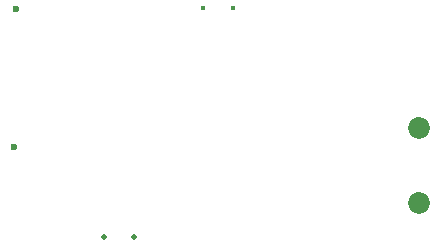
<source format=gbr>
%TF.GenerationSoftware,Altium Limited,Altium Designer,24.3.1 (35)*%
G04 Layer_Color=0*
%FSLAX45Y45*%
%MOMM*%
%TF.SameCoordinates,E851E176-8CB6-418E-8C67-C8CBA5644839*%
%TF.FilePolarity,Positive*%
%TF.FileFunction,Plated,1,2,PTH,Drill*%
%TF.Part,Single*%
G01*
G75*
%TA.AperFunction,ComponentDrill*%
%ADD29C,0.60000*%
%ADD30C,1.85000*%
%ADD31C,0.40000*%
%ADD32C,0.50000*%
D29*
X5549900Y7556500D02*
D03*
X5562600Y8724900D02*
D03*
D30*
X8978900Y7086600D02*
D03*
Y7721600D02*
D03*
D31*
X7404100Y8737600D02*
D03*
X7150100D02*
D03*
D32*
X6311900Y6794500D02*
D03*
X6565900D02*
D03*
%TF.MD5,a91af48b0e84895d1d0095575e9249fd*%
M02*

</source>
